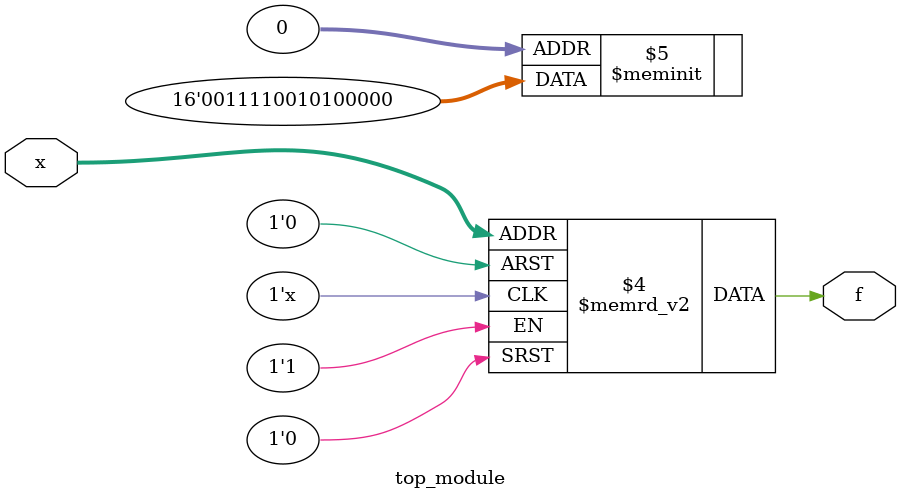
<source format=sv>
module top_module (
    input [4:1] x,
    output logic f
);

    always_comb begin
        case (x)
            4'b0001, 4'b0010, 4'b0011: f = 1'b0; // 0 values
            4'b0110, 4'b1000: f = 1'b0; // 0 values
            4'b0101, 4'b0111, 4'b1010, 4'b1011: f = 1'b1; // 1 values
            4'b1100, 4'b1101: f = 1'b1; // 1 values
            default: f = 1'b0; // d values, set to 0
        endcase
    end

endmodule

</source>
